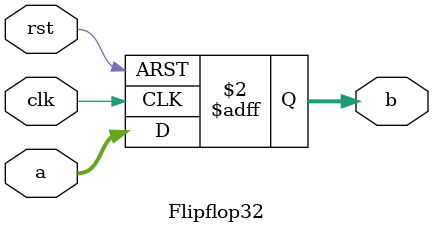
<source format=v>
`timescale 1ns / 1ps

module Flipflop(
	input clk,
	input rst,
	input a,
	output reg b
    );
	 
	always @(posedge clk, posedge rst)begin
		if(rst) b<=1'b0;	
		else b<=a;
	end

endmodule

module Flipflop2(
	input clk,
	input rst,
	input [1:0] a,
	output reg [1:0] b
    );
	 
	always @(posedge clk, posedge rst)begin
		if(rst) b<=2'b0;	
		else b<=a;
	end
endmodule

module Flipflop5(
	input clk,
	input rst,
	input [4:0] a,
	output reg [4:0] b
    );
	 
	always @(posedge clk, posedge rst)begin
		if(rst) b<=6'b0;	
		else b<=a;
	end
endmodule

module Flipflop6(
	input clk,
	input rst,
	input [5:0] a,
	output reg [5:0] b
    );
	 
	always @(posedge clk, posedge rst)begin
		if(rst) b<=6'b0;	
		else b<=a;
	end
endmodule

module Flipflop32(
	input clk,
	input rst,
	input [31:0] a,
	output reg [31:0] b
    );
	 
	always @(posedge clk, posedge rst)begin
		if(rst) b<=32'b0;	
		else b<=a;
	end

endmodule

</source>
